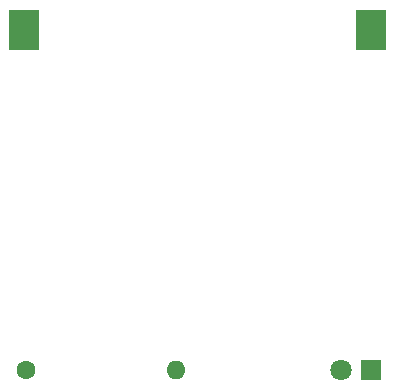
<source format=gbr>
%TF.GenerationSoftware,KiCad,Pcbnew,7.0.8*%
%TF.CreationDate,2023-11-11T20:39:46+01:00*%
%TF.ProjectId,FirstKicadProject,46697273-744b-4696-9361-6450726f6a65,rev?*%
%TF.SameCoordinates,Original*%
%TF.FileFunction,Soldermask,Top*%
%TF.FilePolarity,Negative*%
%FSLAX46Y46*%
G04 Gerber Fmt 4.6, Leading zero omitted, Abs format (unit mm)*
G04 Created by KiCad (PCBNEW 7.0.8) date 2023-11-11 20:39:46*
%MOMM*%
%LPD*%
G01*
G04 APERTURE LIST*
%ADD10R,1.800000X1.800000*%
%ADD11C,1.800000*%
%ADD12R,2.540000X3.510000*%
%ADD13C,1.600000*%
%ADD14O,1.600000X1.600000*%
G04 APERTURE END LIST*
D10*
%TO.C,D1*%
X167640000Y-101600000D03*
D11*
X165100000Y-101600000D03*
%TD*%
D12*
%TO.C,BT1*%
X138280000Y-72808970D03*
X167640000Y-72808970D03*
%TD*%
D13*
%TO.C,R1*%
X138430000Y-101600000D03*
D14*
X151130000Y-101600000D03*
%TD*%
M02*

</source>
